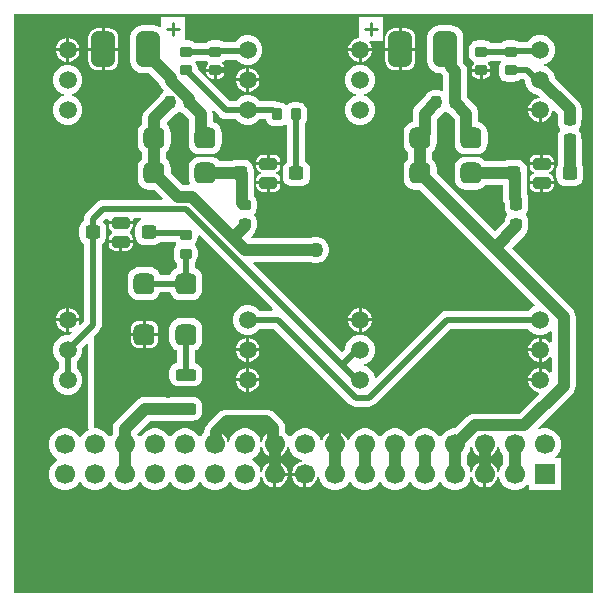
<source format=gtl>
G04*
G04 #@! TF.GenerationSoftware,Altium Limited,Altium Designer,21.2.2 (38)*
G04*
G04 Layer_Physical_Order=1*
G04 Layer_Color=2441676*
%FSLAX44Y44*%
%MOMM*%
G71*
G04*
G04 #@! TF.SameCoordinates,F90950B5-CE6C-4725-8A59-E2001084E966*
G04*
G04*
G04 #@! TF.FilePolarity,Positive*
G04*
G01*
G75*
G04:AMPARAMS|DCode=22|XSize=1.5mm|YSize=1mm|CornerRadius=0.25mm|HoleSize=0mm|Usage=FLASHONLY|Rotation=180.000|XOffset=0mm|YOffset=0mm|HoleType=Round|Shape=RoundedRectangle|*
%AMROUNDEDRECTD22*
21,1,1.5000,0.5000,0,0,180.0*
21,1,1.0000,1.0000,0,0,180.0*
1,1,0.5000,-0.5000,0.2500*
1,1,0.5000,0.5000,0.2500*
1,1,0.5000,0.5000,-0.2500*
1,1,0.5000,-0.5000,-0.2500*
%
%ADD22ROUNDEDRECTD22*%
G04:AMPARAMS|DCode=23|XSize=1.778mm|YSize=1.778mm|CornerRadius=0.4445mm|HoleSize=0mm|Usage=FLASHONLY|Rotation=90.000|XOffset=0mm|YOffset=0mm|HoleType=Round|Shape=RoundedRectangle|*
%AMROUNDEDRECTD23*
21,1,1.7780,0.8890,0,0,90.0*
21,1,0.8890,1.7780,0,0,90.0*
1,1,0.8890,0.4445,0.4445*
1,1,0.8890,0.4445,-0.4445*
1,1,0.8890,-0.4445,-0.4445*
1,1,0.8890,-0.4445,0.4445*
%
%ADD23ROUNDEDRECTD23*%
G04:AMPARAMS|DCode=24|XSize=2mm|YSize=3mm|CornerRadius=0.5mm|HoleSize=0mm|Usage=FLASHONLY|Rotation=0.000|XOffset=0mm|YOffset=0mm|HoleType=Round|Shape=RoundedRectangle|*
%AMROUNDEDRECTD24*
21,1,2.0000,2.0000,0,0,0.0*
21,1,1.0000,3.0000,0,0,0.0*
1,1,1.0000,0.5000,-1.0000*
1,1,1.0000,-0.5000,-1.0000*
1,1,1.0000,-0.5000,1.0000*
1,1,1.0000,0.5000,1.0000*
%
%ADD24ROUNDEDRECTD24*%
G04:AMPARAMS|DCode=25|XSize=1.778mm|YSize=1.778mm|CornerRadius=0.4445mm|HoleSize=0mm|Usage=FLASHONLY|Rotation=180.000|XOffset=0mm|YOffset=0mm|HoleType=Round|Shape=RoundedRectangle|*
%AMROUNDEDRECTD25*
21,1,1.7780,0.8890,0,0,180.0*
21,1,0.8890,1.7780,0,0,180.0*
1,1,0.8890,-0.4445,0.4445*
1,1,0.8890,0.4445,0.4445*
1,1,0.8890,0.4445,-0.4445*
1,1,0.8890,-0.4445,-0.4445*
%
%ADD25ROUNDEDRECTD25*%
G04:AMPARAMS|DCode=26|XSize=0.9mm|YSize=1mm|CornerRadius=0.225mm|HoleSize=0mm|Usage=FLASHONLY|Rotation=270.000|XOffset=0mm|YOffset=0mm|HoleType=Round|Shape=RoundedRectangle|*
%AMROUNDEDRECTD26*
21,1,0.9000,0.5500,0,0,270.0*
21,1,0.4500,1.0000,0,0,270.0*
1,1,0.4500,-0.2750,-0.2250*
1,1,0.4500,-0.2750,0.2250*
1,1,0.4500,0.2750,0.2250*
1,1,0.4500,0.2750,-0.2250*
%
%ADD26ROUNDEDRECTD26*%
G04:AMPARAMS|DCode=27|XSize=1.25mm|YSize=1.2mm|CornerRadius=0.3mm|HoleSize=0mm|Usage=FLASHONLY|Rotation=180.000|XOffset=0mm|YOffset=0mm|HoleType=Round|Shape=RoundedRectangle|*
%AMROUNDEDRECTD27*
21,1,1.2500,0.6000,0,0,180.0*
21,1,0.6500,1.2000,0,0,180.0*
1,1,0.6000,-0.3250,0.3000*
1,1,0.6000,0.3250,0.3000*
1,1,0.6000,0.3250,-0.3000*
1,1,0.6000,-0.3250,-0.3000*
%
%ADD27ROUNDEDRECTD27*%
G04:AMPARAMS|DCode=28|XSize=1.75mm|YSize=1mm|CornerRadius=0.25mm|HoleSize=0mm|Usage=FLASHONLY|Rotation=180.000|XOffset=0mm|YOffset=0mm|HoleType=Round|Shape=RoundedRectangle|*
%AMROUNDEDRECTD28*
21,1,1.7500,0.5000,0,0,180.0*
21,1,1.2500,1.0000,0,0,180.0*
1,1,0.5000,-0.6250,0.2500*
1,1,0.5000,0.6250,0.2500*
1,1,0.5000,0.6250,-0.2500*
1,1,0.5000,-0.6250,-0.2500*
%
%ADD28ROUNDEDRECTD28*%
G04:AMPARAMS|DCode=29|XSize=0.9mm|YSize=1mm|CornerRadius=0.225mm|HoleSize=0mm|Usage=FLASHONLY|Rotation=0.000|XOffset=0mm|YOffset=0mm|HoleType=Round|Shape=RoundedRectangle|*
%AMROUNDEDRECTD29*
21,1,0.9000,0.5500,0,0,0.0*
21,1,0.4500,1.0000,0,0,0.0*
1,1,0.4500,0.2250,-0.2750*
1,1,0.4500,-0.2250,-0.2750*
1,1,0.4500,-0.2250,0.2750*
1,1,0.4500,0.2250,0.2750*
%
%ADD29ROUNDEDRECTD29*%
%ADD30C,1.0000*%
%ADD31C,0.5000*%
%ADD32C,0.2540*%
%ADD33C,1.5000*%
%ADD34R,1.7000X1.7000*%
%ADD35C,1.7000*%
%ADD36C,1.2700*%
G36*
X745000Y175000D02*
X255000D01*
Y665000D01*
X745000D01*
X745000Y175000D01*
D02*
G37*
%LPC*%
G36*
X399777Y662217D02*
X379460D01*
Y654286D01*
X379389Y654251D01*
X378190Y653798D01*
X375910Y654743D01*
X373300Y655086D01*
X363300D01*
X360690Y654743D01*
X358257Y653735D01*
X356168Y652132D01*
X354565Y650043D01*
X353557Y647610D01*
X353214Y645000D01*
Y625000D01*
X353557Y622389D01*
X354565Y619957D01*
X356168Y617868D01*
X358257Y616265D01*
X360690Y615257D01*
X363300Y614914D01*
X369122D01*
X377635Y606401D01*
X377717Y605775D01*
X378725Y603342D01*
X380328Y601253D01*
X381243Y600338D01*
X380872Y598913D01*
X379579Y597921D01*
X378417Y596406D01*
X377905Y595169D01*
X366278Y583542D01*
X364675Y581453D01*
X363667Y579021D01*
X363324Y576410D01*
Y572021D01*
X362229Y571181D01*
X360715Y569208D01*
X359763Y566911D01*
X359439Y564445D01*
Y555555D01*
X359763Y553089D01*
X360715Y550792D01*
X362229Y548819D01*
X363324Y547979D01*
Y542021D01*
X362229Y541181D01*
X360715Y539208D01*
X359763Y536911D01*
X359439Y534445D01*
Y525555D01*
X359763Y523089D01*
X360715Y520792D01*
X362229Y518819D01*
X364202Y517305D01*
X366499Y516353D01*
X368965Y516029D01*
X373117D01*
X380408Y508738D01*
X379922Y507565D01*
X330000D01*
X328042Y507307D01*
X326218Y506551D01*
X324651Y505349D01*
X315901Y496599D01*
X314699Y495032D01*
X313943Y493208D01*
X313685Y491250D01*
Y489773D01*
X312294Y488706D01*
X311012Y487034D01*
X310206Y485088D01*
X309931Y483000D01*
Y477000D01*
X310206Y474912D01*
X311012Y472966D01*
X312294Y471294D01*
X313685Y470227D01*
Y404783D01*
X310613Y401712D01*
X309475Y402369D01*
X310040Y404478D01*
Y404530D01*
X301270D01*
Y395760D01*
X301322D01*
X303431Y396325D01*
X304088Y395187D01*
X301769Y392867D01*
X301646Y392900D01*
X298354D01*
X295175Y392048D01*
X292325Y390402D01*
X289998Y388075D01*
X288352Y385225D01*
X287500Y382046D01*
Y378754D01*
X288352Y375575D01*
X289998Y372725D01*
X292325Y370397D01*
X292435Y370334D01*
Y365066D01*
X292325Y365003D01*
X289998Y362675D01*
X288352Y359825D01*
X287500Y356646D01*
Y353354D01*
X288352Y350175D01*
X289998Y347325D01*
X292325Y344997D01*
X295175Y343352D01*
X298354Y342500D01*
X301646D01*
X304825Y343352D01*
X307675Y344997D01*
X310002Y347325D01*
X311648Y350175D01*
X312500Y353354D01*
Y356646D01*
X311648Y359825D01*
X310002Y362675D01*
X307675Y365003D01*
X307565Y365066D01*
Y370334D01*
X307675Y370397D01*
X310002Y372725D01*
X311648Y375575D01*
X312500Y378754D01*
Y382046D01*
X312467Y382169D01*
X316309Y386011D01*
X317482Y385524D01*
X317482Y313900D01*
X317675Y312930D01*
X314683Y311203D01*
X312169Y308689D01*
X311005Y306673D01*
X309538D01*
X308375Y308689D01*
X305861Y311203D01*
X302783Y312980D01*
X299349Y313900D01*
X295795D01*
X292361Y312980D01*
X289283Y311203D01*
X286769Y308689D01*
X284992Y305611D01*
X284072Y302177D01*
Y298623D01*
X284992Y295189D01*
X286769Y292111D01*
X289283Y289597D01*
X291299Y288433D01*
Y286967D01*
X289283Y285803D01*
X286769Y283289D01*
X284992Y280211D01*
X284072Y276777D01*
Y273223D01*
X284992Y269789D01*
X286769Y266711D01*
X289283Y264197D01*
X292361Y262420D01*
X295795Y261500D01*
X299349D01*
X302783Y262420D01*
X305861Y264197D01*
X308375Y266711D01*
X309538Y268727D01*
X311005D01*
X312169Y266711D01*
X314683Y264197D01*
X317761Y262420D01*
X321194Y261500D01*
X324749D01*
X328183Y262420D01*
X331261Y264197D01*
X333774Y266711D01*
X334939Y268727D01*
X336405D01*
X337569Y266711D01*
X340083Y264197D01*
X343161Y262420D01*
X346595Y261500D01*
X350149D01*
X353583Y262420D01*
X356661Y264197D01*
X359174Y266711D01*
X360339Y268727D01*
X361805D01*
X362969Y266711D01*
X365483Y264197D01*
X368561Y262420D01*
X371995Y261500D01*
X375549D01*
X378983Y262420D01*
X382061Y264197D01*
X384575Y266711D01*
X385738Y268727D01*
X387205D01*
X388369Y266711D01*
X390883Y264197D01*
X393961Y262420D01*
X397394Y261500D01*
X400949D01*
X404383Y262420D01*
X407461Y264197D01*
X409975Y266711D01*
X411138Y268727D01*
X412605D01*
X413769Y266711D01*
X416283Y264197D01*
X419361Y262420D01*
X422794Y261500D01*
X426349D01*
X429783Y262420D01*
X432861Y264197D01*
X435374Y266711D01*
X436539Y268727D01*
X438005D01*
X439169Y266711D01*
X441683Y264197D01*
X444761Y262420D01*
X448195Y261500D01*
X451749D01*
X455183Y262420D01*
X458261Y264197D01*
X460774Y266711D01*
X462552Y269789D01*
X463288Y272536D01*
X464603D01*
X465084Y270739D01*
X466538Y268221D01*
X468593Y266166D01*
X471110Y264712D01*
X473918Y263960D01*
X474102D01*
Y275000D01*
Y286040D01*
X473918D01*
X471110Y285288D01*
X468593Y283834D01*
X466538Y281779D01*
X465084Y279261D01*
X464603Y277464D01*
X463288D01*
X462552Y280211D01*
X460774Y283289D01*
X458261Y285803D01*
X456245Y286967D01*
Y288433D01*
X458261Y289597D01*
X460774Y292111D01*
X462552Y295189D01*
X463288Y297936D01*
X464603D01*
X465084Y296139D01*
X466538Y293621D01*
X468593Y291566D01*
X471110Y290112D01*
X473918Y289360D01*
X474102D01*
Y300400D01*
Y311440D01*
X473918D01*
X471110Y310688D01*
X468593Y309234D01*
X466538Y307179D01*
X465084Y304661D01*
X464603Y302864D01*
X463288D01*
X462552Y305611D01*
X460774Y308689D01*
X458261Y311203D01*
X455183Y312980D01*
X451749Y313900D01*
X448195D01*
X444761Y312980D01*
X441683Y311203D01*
X439169Y308689D01*
X437392Y305611D01*
X436656Y302864D01*
X435341D01*
X434859Y304661D01*
X433406Y307179D01*
X431351Y309234D01*
X428833Y310688D01*
X426025Y311440D01*
X425842D01*
Y300400D01*
X423302D01*
Y311440D01*
X423118D01*
X422064Y311158D01*
X421331Y311800D01*
X421151Y312227D01*
X421629Y313383D01*
X422620Y314675D01*
X431069Y323124D01*
X432361Y324115D01*
X433553Y324609D01*
X435167Y324821D01*
X467840D01*
X469454Y324609D01*
X470647Y324115D01*
X471938Y323124D01*
X477323Y317739D01*
X478314Y316447D01*
X478808Y315255D01*
X479021Y313641D01*
Y311895D01*
X478013Y311122D01*
X476825Y311440D01*
X476642D01*
Y300400D01*
Y289360D01*
X476825D01*
X479633Y290112D01*
X482150Y291566D01*
X484206Y293621D01*
X485659Y296139D01*
X486141Y297936D01*
X487456D01*
X488192Y295189D01*
X489969Y292111D01*
X492483Y289597D01*
X495561Y287820D01*
X498308Y287084D01*
Y285769D01*
X496511Y285288D01*
X493993Y283834D01*
X491938Y281779D01*
X490484Y279261D01*
X489732Y276453D01*
Y276270D01*
X500772D01*
Y275000D01*
X502042D01*
Y263960D01*
X502225D01*
X505033Y264712D01*
X507551Y266166D01*
X509606Y268221D01*
X511059Y270739D01*
X511541Y272536D01*
X512856D01*
X513592Y269789D01*
X515369Y266711D01*
X517883Y264197D01*
X520961Y262420D01*
X524394Y261500D01*
X527949D01*
X531383Y262420D01*
X534461Y264197D01*
X536974Y266711D01*
X538139Y268727D01*
X539605D01*
X540769Y266711D01*
X543283Y264197D01*
X546361Y262420D01*
X549795Y261500D01*
X553349D01*
X556783Y262420D01*
X559861Y264197D01*
X562374Y266711D01*
X563539Y268727D01*
X565005D01*
X566169Y266711D01*
X568683Y264197D01*
X571761Y262420D01*
X575195Y261500D01*
X578749D01*
X582183Y262420D01*
X585261Y264197D01*
X587775Y266711D01*
X588938Y268727D01*
X590405D01*
X591569Y266711D01*
X594083Y264197D01*
X597161Y262420D01*
X600594Y261500D01*
X604149D01*
X607583Y262420D01*
X610661Y264197D01*
X613175Y266711D01*
X614338Y268727D01*
X615805D01*
X616969Y266711D01*
X619483Y264197D01*
X622561Y262420D01*
X625994Y261500D01*
X629549D01*
X632983Y262420D01*
X636061Y264197D01*
X638574Y266711D01*
X640352Y269789D01*
X641088Y272536D01*
X642403D01*
X642884Y270739D01*
X644338Y268221D01*
X646393Y266166D01*
X648911Y264712D01*
X651718Y263960D01*
X651902D01*
Y275000D01*
Y286040D01*
X651718D01*
X648911Y285288D01*
X646393Y283834D01*
X644338Y281779D01*
X642884Y279261D01*
X642403Y277464D01*
X641088D01*
X640352Y280211D01*
X638574Y283289D01*
X637858Y284006D01*
Y291394D01*
X638574Y292111D01*
X640352Y295189D01*
X641051Y297797D01*
X642274Y297917D01*
X642428Y297842D01*
X642884Y296139D01*
X644338Y293621D01*
X646393Y291566D01*
X648911Y290112D01*
X651718Y289360D01*
X651902D01*
Y300400D01*
X654442D01*
Y289360D01*
X654625D01*
X657433Y290112D01*
X659950Y291566D01*
X662006Y293621D01*
X663459Y296139D01*
X663941Y297936D01*
X665256D01*
X665992Y295189D01*
X667769Y292111D01*
X668485Y291394D01*
Y284006D01*
X667769Y283289D01*
X665992Y280211D01*
X665256Y277464D01*
X663941D01*
X663459Y279261D01*
X662006Y281779D01*
X659950Y283834D01*
X657433Y285288D01*
X654625Y286040D01*
X654442D01*
Y275000D01*
Y263960D01*
X654625D01*
X657433Y264712D01*
X659950Y266166D01*
X662006Y268221D01*
X663459Y270739D01*
X663941Y272536D01*
X665256D01*
X665992Y269789D01*
X667769Y266711D01*
X670283Y264197D01*
X673361Y262420D01*
X676795Y261500D01*
X680349D01*
X683783Y262420D01*
X686861Y264197D01*
X689202Y266538D01*
X690472Y266294D01*
Y261500D01*
X717472D01*
Y288500D01*
X712678D01*
X712434Y289770D01*
X714774Y292111D01*
X716552Y295189D01*
X717472Y298623D01*
Y302177D01*
X716552Y305611D01*
X714774Y308689D01*
X712261Y311203D01*
X709183Y312980D01*
X705749Y313900D01*
X702195D01*
X699142Y313082D01*
X698485Y314221D01*
X727132Y342868D01*
X728735Y344957D01*
X729743Y347389D01*
X730086Y350000D01*
Y408410D01*
X729743Y411021D01*
X728735Y413453D01*
X727132Y415542D01*
X680542Y462132D01*
X680542Y462132D01*
X675969Y466705D01*
X687132Y477868D01*
X688735Y479957D01*
X689743Y482389D01*
X689800Y482825D01*
X689813Y482857D01*
X690063Y484750D01*
Y484820D01*
X690086Y485000D01*
Y487000D01*
X690063Y487180D01*
Y489250D01*
X689813Y491143D01*
X689083Y492906D01*
X687921Y494421D01*
Y495579D01*
X689083Y497094D01*
X689813Y498857D01*
X690063Y500750D01*
Y502820D01*
X690086Y503000D01*
Y507750D01*
X689743Y510360D01*
X688836Y512549D01*
Y529000D01*
X688819Y529131D01*
Y533000D01*
X688544Y535088D01*
X687738Y537034D01*
X686456Y538706D01*
X684784Y539988D01*
X682838Y540794D01*
X680750Y541069D01*
X674250D01*
X672161Y540794D01*
X670453Y540086D01*
X653612D01*
X652771Y541181D01*
X650798Y542695D01*
X648501Y543647D01*
X646035Y543971D01*
X637145D01*
X634679Y543647D01*
X632382Y542695D01*
X630409Y541181D01*
X628895Y539208D01*
X627943Y536911D01*
X627618Y534445D01*
Y525555D01*
X627943Y523089D01*
X628895Y520792D01*
X630409Y518819D01*
X632382Y517305D01*
X634679Y516353D01*
X637145Y516029D01*
X646035D01*
X648501Y516353D01*
X650798Y517305D01*
X652771Y518819D01*
X653612Y519914D01*
X668664D01*
Y509000D01*
X669007Y506390D01*
X669914Y504201D01*
Y503000D01*
X669938Y502820D01*
Y500750D01*
X670187Y498857D01*
X670917Y497094D01*
X672079Y495579D01*
Y494421D01*
X670917Y492906D01*
X670187Y491143D01*
X669938Y489250D01*
Y489202D01*
X661705Y480969D01*
X612382Y530293D01*
Y534445D01*
X612057Y536911D01*
X611105Y539208D01*
X609591Y541181D01*
X608496Y542021D01*
Y547979D01*
X609591Y548819D01*
X611105Y550792D01*
X612057Y553089D01*
X612382Y555555D01*
Y563854D01*
X612386Y563890D01*
Y576122D01*
X616669Y580405D01*
X617906Y580917D01*
X619421Y582079D01*
X620579D01*
X622094Y580917D01*
X623331Y580405D01*
X627614Y576122D01*
Y563890D01*
X627618Y563854D01*
Y555555D01*
X627943Y553089D01*
X628895Y550792D01*
X630409Y548819D01*
X632382Y547305D01*
X634679Y546353D01*
X637145Y546029D01*
X646035D01*
X648501Y546353D01*
X650798Y547305D01*
X652771Y548819D01*
X654285Y550792D01*
X655237Y553089D01*
X655562Y555555D01*
Y564445D01*
X655237Y566911D01*
X654285Y569208D01*
X652771Y571181D01*
X650798Y572695D01*
X648501Y573647D01*
X647786Y573741D01*
Y580300D01*
X647443Y582910D01*
X646435Y585343D01*
X644832Y587432D01*
X638086Y594178D01*
Y616600D01*
X637743Y619211D01*
X636735Y621643D01*
X635132Y623732D01*
X634846Y624018D01*
Y625000D01*
X634846Y625000D01*
Y645000D01*
X634503Y647610D01*
X633495Y650043D01*
X631892Y652132D01*
X629803Y653735D01*
X627370Y654743D01*
X624760Y655086D01*
X614760D01*
X612150Y654743D01*
X609717Y653735D01*
X607628Y652132D01*
X606025Y650043D01*
X605017Y647610D01*
X604674Y645000D01*
Y625000D01*
X605017Y622389D01*
X606025Y619957D01*
X607628Y617868D01*
X609717Y616265D01*
X612150Y615257D01*
X614760Y614914D01*
X615977D01*
X616025Y614797D01*
X617628Y612708D01*
X617914Y612422D01*
Y600454D01*
X616644Y599606D01*
X616143Y599813D01*
X614250Y600062D01*
X612180D01*
X612000Y600086D01*
X611820Y600062D01*
X609750D01*
X607857Y599813D01*
X606094Y599083D01*
X604579Y597921D01*
X603417Y596406D01*
X602905Y595169D01*
X595168Y587432D01*
X593565Y585343D01*
X592557Y582910D01*
X592214Y580300D01*
Y573741D01*
X591499Y573647D01*
X589202Y572695D01*
X587229Y571181D01*
X585715Y569208D01*
X584763Y566911D01*
X584439Y564445D01*
Y555555D01*
X584763Y553089D01*
X585715Y550792D01*
X587229Y548819D01*
X588324Y547979D01*
Y542021D01*
X587229Y541181D01*
X585715Y539208D01*
X584763Y536911D01*
X584439Y534445D01*
Y525555D01*
X584763Y523089D01*
X585715Y520792D01*
X587229Y518819D01*
X589202Y517305D01*
X591499Y516353D01*
X593965Y516029D01*
X598117D01*
X654573Y459573D01*
X666278Y447868D01*
X666278Y447868D01*
X695475Y418671D01*
X695002Y417348D01*
X692325Y415802D01*
X689997Y413475D01*
X689934Y413365D01*
X620800D01*
X618842Y413107D01*
X617018Y412351D01*
X615451Y411149D01*
X615451Y411149D01*
X561316Y357014D01*
X559899Y357394D01*
X559248Y359825D01*
X557603Y362675D01*
X555275Y365003D01*
X552425Y366648D01*
X550953Y367043D01*
Y368357D01*
X552425Y368752D01*
X555275Y370397D01*
X557603Y372725D01*
X559248Y375575D01*
X560100Y378754D01*
Y382046D01*
X559248Y385225D01*
X557603Y388075D01*
X555275Y390402D01*
X552425Y392048D01*
X549246Y392900D01*
X545954D01*
X542775Y392048D01*
X539925Y390402D01*
X537598Y388075D01*
X535952Y385225D01*
X535100Y382046D01*
Y381198D01*
X532300Y378398D01*
X456958Y453740D01*
X457444Y454914D01*
X504770D01*
X505619Y454423D01*
X508506Y453650D01*
X511494D01*
X514381Y454423D01*
X516969Y455918D01*
X519082Y458031D01*
X520577Y460619D01*
X521350Y463506D01*
Y466494D01*
X520577Y469381D01*
X519082Y471969D01*
X516969Y474082D01*
X514381Y475577D01*
X511494Y476350D01*
X508506D01*
X505619Y475577D01*
X504770Y475086D01*
X456010D01*
X455524Y476260D01*
X457132Y477868D01*
X458735Y479957D01*
X459743Y482389D01*
X459800Y482825D01*
X459813Y482857D01*
X460062Y484750D01*
Y484820D01*
X460086Y485000D01*
Y487000D01*
X460062Y487180D01*
Y489250D01*
X459813Y491143D01*
X459083Y492906D01*
X458134Y494142D01*
X458007Y495000D01*
X458134Y495858D01*
X459083Y497094D01*
X459813Y498857D01*
X460062Y500750D01*
Y505250D01*
X459813Y507143D01*
X459083Y508906D01*
X457921Y510421D01*
X457586Y510677D01*
Y529000D01*
X457569Y529131D01*
Y533000D01*
X457294Y535088D01*
X456488Y537034D01*
X455206Y538706D01*
X453535Y539988D01*
X451588Y540794D01*
X449500Y541069D01*
X443000D01*
X440912Y540794D01*
X439203Y540086D01*
X428611D01*
X427771Y541181D01*
X425798Y542695D01*
X423501Y543647D01*
X421035Y543971D01*
X412145D01*
X409679Y543647D01*
X407382Y542695D01*
X405409Y541181D01*
X403895Y539208D01*
X402943Y536911D01*
X402618Y534445D01*
Y525555D01*
X402943Y523089D01*
X403644Y521396D01*
X402901Y520126D01*
X397548D01*
X387382Y530293D01*
Y534445D01*
X387057Y536911D01*
X386105Y539208D01*
X384591Y541181D01*
X383496Y542021D01*
Y547979D01*
X384591Y548819D01*
X386105Y550792D01*
X387057Y553089D01*
X387382Y555555D01*
Y564445D01*
X387057Y566911D01*
X386105Y569208D01*
X384591Y571181D01*
X384393Y571334D01*
X384283Y573019D01*
X391669Y580405D01*
X392906Y580917D01*
X394421Y582079D01*
X395579D01*
X397094Y580917D01*
X398331Y580405D01*
X402614Y576122D01*
Y563890D01*
X402618Y563854D01*
Y555555D01*
X402943Y553089D01*
X403895Y550792D01*
X405409Y548819D01*
X407382Y547305D01*
X409679Y546353D01*
X412145Y546029D01*
X421035D01*
X423501Y546353D01*
X425798Y547305D01*
X427771Y548819D01*
X429285Y550792D01*
X430237Y553089D01*
X430561Y555555D01*
Y564445D01*
X430237Y566911D01*
X429285Y569208D01*
X427771Y571181D01*
X425798Y572695D01*
X423501Y573647D01*
X422786Y573741D01*
Y580300D01*
X422495Y582511D01*
X423669Y583133D01*
X428551Y578251D01*
X428551Y578251D01*
X430118Y577049D01*
X431942Y576293D01*
X433900Y576035D01*
X442334D01*
X442397Y575925D01*
X444725Y573597D01*
X447575Y571952D01*
X450754Y571100D01*
X454046D01*
X457225Y571952D01*
X460075Y573597D01*
X462402Y575925D01*
X462466Y576035D01*
X467597D01*
X467687Y575357D01*
X468417Y573594D01*
X469579Y572079D01*
X471094Y570917D01*
X472857Y570187D01*
X474750Y569938D01*
X479250D01*
X481143Y570187D01*
X482906Y570917D01*
X484142Y571866D01*
X484594Y571933D01*
X485810Y571091D01*
Y539485D01*
X484794Y538706D01*
X483512Y537034D01*
X482706Y535088D01*
X482431Y533000D01*
Y527000D01*
X482706Y524912D01*
X483512Y522966D01*
X484794Y521294D01*
X486465Y520012D01*
X488412Y519206D01*
X490500Y518931D01*
X497000D01*
X499088Y519206D01*
X501035Y520012D01*
X502706Y521294D01*
X503988Y522966D01*
X504794Y524912D01*
X505069Y527000D01*
Y533000D01*
X504794Y535088D01*
X503988Y537034D01*
X502706Y538706D01*
X501035Y539988D01*
X500940Y540027D01*
Y572756D01*
X501583Y573594D01*
X502313Y575357D01*
X502562Y577250D01*
Y582750D01*
X502313Y584643D01*
X501583Y586406D01*
X500421Y587921D01*
X498906Y589083D01*
X497143Y589813D01*
X495250Y590062D01*
X490750D01*
X488857Y589813D01*
X487094Y589083D01*
X485858Y588134D01*
X485000Y588007D01*
X484142Y588134D01*
X482906Y589083D01*
X481143Y589813D01*
X479250Y590062D01*
X477798D01*
X477682Y590151D01*
X475858Y590907D01*
X473900Y591165D01*
X462466D01*
X462402Y591275D01*
X460075Y593602D01*
X457225Y595248D01*
X454046Y596100D01*
X450754D01*
X447575Y595248D01*
X444725Y593602D01*
X442397Y591275D01*
X442334Y591165D01*
X437033D01*
X410062Y618136D01*
Y619250D01*
X409813Y621143D01*
X409083Y622906D01*
X408117Y624165D01*
X408388Y625041D01*
X408685Y625435D01*
X417267D01*
X418594Y624417D01*
X419058Y624225D01*
X419182Y622961D01*
X418797Y622703D01*
X417738Y621119D01*
X417366Y619250D01*
Y618270D01*
X425000D01*
X432634D01*
Y619250D01*
X432262Y621119D01*
X431203Y622703D01*
X430818Y622961D01*
X430942Y624225D01*
X431406Y624417D01*
X432921Y625579D01*
X433347Y626135D01*
X442987D01*
X444725Y624398D01*
X447575Y622752D01*
X450754Y621900D01*
X454046D01*
X457225Y622752D01*
X460075Y624398D01*
X462402Y626725D01*
X464048Y629575D01*
X464900Y632754D01*
Y636046D01*
X464048Y639225D01*
X462402Y642075D01*
X460075Y644402D01*
X457225Y646048D01*
X454046Y646900D01*
X450754D01*
X447575Y646048D01*
X444725Y644402D01*
X442397Y642075D01*
X441930Y641265D01*
X431821D01*
X431406Y641583D01*
X429643Y642313D01*
X427750Y642562D01*
X422250D01*
X420357Y642313D01*
X418594Y641583D01*
X417267Y640565D01*
X407733D01*
X406406Y641583D01*
X404643Y642313D01*
X402750Y642562D01*
X399777D01*
Y662217D01*
D02*
G37*
G36*
X701646Y646900D02*
X698354D01*
X695175Y646048D01*
X692325Y644402D01*
X689997Y642075D01*
X689530Y641265D01*
X681821D01*
X681406Y641583D01*
X679643Y642313D01*
X677750Y642562D01*
X672250D01*
X670357Y642313D01*
X668594Y641583D01*
X667267Y640565D01*
X657733D01*
X656406Y641583D01*
X654643Y642313D01*
X652750Y642562D01*
X647250D01*
X645357Y642313D01*
X643594Y641583D01*
X642079Y640421D01*
X640917Y638906D01*
X640187Y637143D01*
X639938Y635250D01*
Y630750D01*
X640187Y628857D01*
X640917Y627094D01*
X642079Y625579D01*
X643594Y624417D01*
X644058Y624225D01*
X644182Y622961D01*
X643797Y622703D01*
X642738Y621119D01*
X642366Y619250D01*
Y618270D01*
X650000D01*
Y617000D01*
D01*
Y618270D01*
X657634D01*
Y619250D01*
X657262Y621119D01*
X656203Y622703D01*
X655818Y622961D01*
X655942Y624225D01*
X656406Y624417D01*
X657733Y625435D01*
X666315D01*
X666612Y625041D01*
X666878Y624182D01*
X666866Y624142D01*
X665917Y622906D01*
X665187Y621143D01*
X664938Y619250D01*
Y614750D01*
X665187Y612857D01*
X665917Y611094D01*
X667079Y609579D01*
X668594Y608417D01*
X670357Y607687D01*
X672250Y607437D01*
X677750D01*
X679643Y607687D01*
X681406Y608417D01*
X682733Y609435D01*
X686161D01*
X687500Y608096D01*
Y607354D01*
X688352Y604175D01*
X689997Y601325D01*
X692325Y598997D01*
X695175Y597352D01*
X698193Y596543D01*
X699923Y594813D01*
X699436Y593640D01*
X698678D01*
X696125Y592956D01*
X693835Y591634D01*
X691966Y589765D01*
X690644Y587475D01*
X689960Y584922D01*
Y584870D01*
X700000D01*
Y583600D01*
X701270D01*
Y573560D01*
X701322D01*
X703875Y574244D01*
X706165Y575566D01*
X708034Y577435D01*
X709356Y579725D01*
X710040Y582278D01*
Y583036D01*
X711213Y583523D01*
X714914Y579822D01*
Y575000D01*
X714938Y574820D01*
Y572750D01*
X715187Y570857D01*
X715917Y569094D01*
X716866Y567858D01*
X716993Y567000D01*
X716866Y566142D01*
X715917Y564906D01*
X715187Y563143D01*
X714938Y561250D01*
Y559180D01*
X714914Y559000D01*
Y537232D01*
X714762Y537034D01*
X713956Y535088D01*
X713681Y533000D01*
Y527000D01*
X713956Y524912D01*
X714762Y522966D01*
X716044Y521294D01*
X717715Y520012D01*
X719661Y519206D01*
X721750Y518931D01*
X728250D01*
X730338Y519206D01*
X732284Y520012D01*
X733956Y521294D01*
X735238Y522966D01*
X736044Y524912D01*
X736319Y527000D01*
Y533000D01*
X736044Y535088D01*
X735238Y537034D01*
X735086Y537232D01*
Y559000D01*
X735062Y559180D01*
Y561250D01*
X734813Y563143D01*
X734083Y564906D01*
X733134Y566142D01*
X733007Y567000D01*
X733134Y567858D01*
X734083Y569094D01*
X734813Y570857D01*
X735062Y572750D01*
Y574820D01*
X735086Y575000D01*
Y584000D01*
X734743Y586610D01*
X733735Y589043D01*
X732132Y591132D01*
X712457Y610807D01*
X711648Y613825D01*
X710003Y616675D01*
X707675Y619002D01*
X704825Y620648D01*
X703353Y621043D01*
Y622357D01*
X704825Y622752D01*
X707675Y624398D01*
X710003Y626725D01*
X711648Y629575D01*
X712500Y632754D01*
Y636046D01*
X711648Y639225D01*
X710003Y642075D01*
X707675Y644402D01*
X704825Y646048D01*
X701646Y646900D01*
D02*
G37*
G36*
X586660Y652605D02*
X582930D01*
Y636270D01*
X594265D01*
Y645000D01*
X594006Y646968D01*
X593246Y648802D01*
X592038Y650378D01*
X590462Y651586D01*
X588628Y652346D01*
X586660Y652605D01*
D02*
G37*
G36*
X580390D02*
X576660D01*
X574692Y652346D01*
X572858Y651586D01*
X571282Y650378D01*
X570074Y648802D01*
X569314Y646968D01*
X569055Y645000D01*
Y636270D01*
X580390D01*
Y652605D01*
D02*
G37*
G36*
X335200D02*
X331470D01*
Y636270D01*
X342805D01*
Y645000D01*
X342546Y646968D01*
X341786Y648802D01*
X340578Y650378D01*
X339002Y651586D01*
X337168Y652346D01*
X335200Y652605D01*
D02*
G37*
G36*
X328930D02*
X325200D01*
X323232Y652346D01*
X321398Y651586D01*
X319822Y650378D01*
X318614Y648802D01*
X317854Y646968D01*
X317595Y645000D01*
Y636270D01*
X328930D01*
Y652605D01*
D02*
G37*
G36*
X301322Y644440D02*
X301270D01*
Y635670D01*
X310040D01*
Y635722D01*
X309356Y638275D01*
X308034Y640565D01*
X306165Y642434D01*
X303875Y643756D01*
X301322Y644440D01*
D02*
G37*
G36*
X298730D02*
X298678D01*
X296125Y643756D01*
X293835Y642434D01*
X291966Y640565D01*
X290644Y638275D01*
X289960Y635722D01*
Y635670D01*
X298730D01*
Y644440D01*
D02*
G37*
G36*
X566698Y662217D02*
X546382D01*
Y644440D01*
X546278D01*
X543725Y643756D01*
X541435Y642434D01*
X539566Y640565D01*
X538244Y638275D01*
X537560Y635722D01*
Y635670D01*
X547600D01*
X557640D01*
Y635722D01*
X556956Y638275D01*
X555634Y640565D01*
X555472Y640727D01*
X555958Y641900D01*
X566698D01*
Y662217D01*
D02*
G37*
G36*
X557640Y633130D02*
X548870D01*
Y624360D01*
X548922D01*
X551475Y625044D01*
X553765Y626366D01*
X555634Y628235D01*
X556956Y630525D01*
X557640Y633078D01*
Y633130D01*
D02*
G37*
G36*
X546330D02*
X537560D01*
Y633078D01*
X538244Y630525D01*
X539566Y628235D01*
X541435Y626366D01*
X543725Y625044D01*
X546278Y624360D01*
X546330D01*
Y633130D01*
D02*
G37*
G36*
X310040Y633130D02*
X301270D01*
Y624360D01*
X301322D01*
X303875Y625044D01*
X306165Y626366D01*
X308034Y628235D01*
X309356Y630525D01*
X310040Y633078D01*
Y633130D01*
D02*
G37*
G36*
X298730D02*
X289960D01*
Y633078D01*
X290644Y630525D01*
X291966Y628235D01*
X293835Y626366D01*
X296125Y625044D01*
X298678Y624360D01*
X298730D01*
Y633130D01*
D02*
G37*
G36*
X594265Y633730D02*
X582930D01*
Y617395D01*
X586660D01*
X588628Y617654D01*
X590462Y618414D01*
X592038Y619622D01*
X593246Y621198D01*
X594006Y623032D01*
X594265Y625000D01*
Y633730D01*
D02*
G37*
G36*
X580390D02*
X569055D01*
Y625000D01*
X569314Y623032D01*
X570074Y621198D01*
X571282Y619622D01*
X572858Y618414D01*
X574692Y617654D01*
X576660Y617395D01*
X580390D01*
Y633730D01*
D02*
G37*
G36*
X342805D02*
X331470D01*
Y617395D01*
X335200D01*
X337168Y617654D01*
X339002Y618414D01*
X340578Y619622D01*
X341786Y621198D01*
X342546Y623032D01*
X342805Y625000D01*
Y633730D01*
D02*
G37*
G36*
X328930D02*
X317595D01*
Y625000D01*
X317854Y623032D01*
X318614Y621198D01*
X319822Y619622D01*
X321398Y618414D01*
X323232Y617654D01*
X325200Y617395D01*
X328930D01*
Y633730D01*
D02*
G37*
G36*
X453722Y619040D02*
X453670D01*
Y610270D01*
X462440D01*
Y610322D01*
X461756Y612875D01*
X460434Y615165D01*
X458565Y617034D01*
X456275Y618356D01*
X453722Y619040D01*
D02*
G37*
G36*
X451130D02*
X451078D01*
X448525Y618356D01*
X446235Y617034D01*
X444366Y615165D01*
X443044Y612875D01*
X442360Y610322D01*
Y610270D01*
X451130D01*
Y619040D01*
D02*
G37*
G36*
X657634Y615730D02*
X651270D01*
Y609866D01*
X652750D01*
X654619Y610238D01*
X656203Y611297D01*
X657262Y612881D01*
X657634Y614750D01*
Y615730D01*
D02*
G37*
G36*
X648730D02*
X642366D01*
Y614750D01*
X642738Y612881D01*
X643797Y611297D01*
X645381Y610238D01*
X647250Y609866D01*
X648730D01*
Y615730D01*
D02*
G37*
G36*
X432634Y615730D02*
X426270D01*
Y609866D01*
X427750D01*
X429619Y610238D01*
X431203Y611297D01*
X432262Y612881D01*
X432634Y614750D01*
Y615730D01*
D02*
G37*
G36*
X423730D02*
X417366D01*
Y614750D01*
X417738Y612881D01*
X418797Y611297D01*
X420381Y610238D01*
X422250Y609866D01*
X423730D01*
Y615730D01*
D02*
G37*
G36*
X462440Y607730D02*
X453670D01*
Y598960D01*
X453722D01*
X456275Y599644D01*
X458565Y600966D01*
X460434Y602835D01*
X461756Y605125D01*
X462440Y607678D01*
Y607730D01*
D02*
G37*
G36*
X451130D02*
X442360D01*
Y607678D01*
X443044Y605125D01*
X444366Y602835D01*
X446235Y600966D01*
X448525Y599644D01*
X451078Y598960D01*
X451130D01*
Y607730D01*
D02*
G37*
G36*
X698730Y582330D02*
X689960D01*
Y582278D01*
X690644Y579725D01*
X691966Y577435D01*
X693835Y575566D01*
X696125Y574244D01*
X698678Y573560D01*
X698730D01*
Y582330D01*
D02*
G37*
G36*
X549246Y621500D02*
X545954D01*
X542775Y620648D01*
X539925Y619002D01*
X537598Y616675D01*
X535952Y613825D01*
X535100Y610646D01*
Y607354D01*
X535952Y604175D01*
X537598Y601325D01*
X539925Y598997D01*
X542775Y597352D01*
X544247Y596957D01*
Y595643D01*
X542775Y595248D01*
X539925Y593602D01*
X537598Y591275D01*
X535952Y588425D01*
X535100Y585246D01*
Y581954D01*
X535952Y578775D01*
X537598Y575925D01*
X539925Y573597D01*
X542775Y571952D01*
X545954Y571100D01*
X549246D01*
X552425Y571952D01*
X555275Y573597D01*
X557603Y575925D01*
X559248Y578775D01*
X560100Y581954D01*
Y585246D01*
X559248Y588425D01*
X557603Y591275D01*
X555275Y593602D01*
X552425Y595248D01*
X550953Y595643D01*
Y596957D01*
X552425Y597352D01*
X555275Y598997D01*
X557603Y601325D01*
X559248Y604175D01*
X560100Y607354D01*
Y610646D01*
X559248Y613825D01*
X557603Y616675D01*
X555275Y619002D01*
X552425Y620648D01*
X549246Y621500D01*
D02*
G37*
G36*
X301646D02*
X298354D01*
X295175Y620648D01*
X292325Y619002D01*
X289998Y616675D01*
X288352Y613825D01*
X287500Y610646D01*
Y607354D01*
X288352Y604175D01*
X289998Y601325D01*
X292325Y598997D01*
X295175Y597352D01*
X296647Y596957D01*
Y595643D01*
X295175Y595248D01*
X292325Y593602D01*
X289998Y591275D01*
X288352Y588425D01*
X287500Y585246D01*
Y581954D01*
X288352Y578775D01*
X289998Y575925D01*
X292325Y573597D01*
X295175Y571952D01*
X298354Y571100D01*
X301646D01*
X304825Y571952D01*
X307675Y573597D01*
X310002Y575925D01*
X311648Y578775D01*
X312500Y581954D01*
Y585246D01*
X311648Y588425D01*
X310002Y591275D01*
X307675Y593602D01*
X304825Y595248D01*
X303353Y595643D01*
Y596957D01*
X304825Y597352D01*
X307675Y598997D01*
X310002Y601325D01*
X311648Y604175D01*
X312500Y607354D01*
Y610646D01*
X311648Y613825D01*
X310002Y616675D01*
X307675Y619002D01*
X304825Y620648D01*
X301646Y621500D01*
D02*
G37*
G36*
X706250Y545639D02*
X702520D01*
Y539270D01*
X711389D01*
Y540500D01*
X710997Y542467D01*
X709884Y544134D01*
X708216Y545248D01*
X706250Y545639D01*
D02*
G37*
G36*
X475000D02*
X471270D01*
Y539270D01*
X480139D01*
Y540500D01*
X479748Y542467D01*
X478634Y544134D01*
X476967Y545248D01*
X475000Y545639D01*
D02*
G37*
G36*
X468730D02*
X465000D01*
X463033Y545248D01*
X461366Y544134D01*
X460252Y542467D01*
X459861Y540500D01*
Y539270D01*
X468730D01*
Y545639D01*
D02*
G37*
G36*
X699980D02*
X696250D01*
X694284Y545248D01*
X692616Y544134D01*
X691502Y542467D01*
X691111Y540500D01*
Y539270D01*
X699980D01*
Y545639D01*
D02*
G37*
G36*
X480139Y536730D02*
X470000D01*
X459861D01*
Y535500D01*
X460252Y533534D01*
X461366Y531866D01*
X463033Y530752D01*
X463561Y530648D01*
Y529353D01*
X463033Y529248D01*
X461366Y528134D01*
X460252Y526466D01*
X459861Y524500D01*
Y523270D01*
X470000D01*
X480139D01*
Y524500D01*
X479748Y526466D01*
X478634Y528134D01*
X476967Y529248D01*
X476439Y529353D01*
Y530648D01*
X476967Y530752D01*
X478634Y531866D01*
X479748Y533534D01*
X480139Y535500D01*
Y536730D01*
D02*
G37*
G36*
X711389D02*
X701250D01*
X691111D01*
Y535500D01*
X691502Y533534D01*
X692616Y531866D01*
X694284Y530752D01*
X694811Y530648D01*
Y529353D01*
X694284Y529248D01*
X692616Y528134D01*
X691502Y526466D01*
X691111Y524500D01*
Y523270D01*
X701250D01*
X711389D01*
Y524500D01*
X710997Y526466D01*
X709884Y528134D01*
X708216Y529248D01*
X707689Y529353D01*
Y530648D01*
X708216Y530752D01*
X709884Y531866D01*
X710997Y533534D01*
X711389Y535500D01*
Y536730D01*
D02*
G37*
G36*
Y520730D02*
X702520D01*
Y514361D01*
X706250D01*
X708216Y514752D01*
X709884Y515866D01*
X710997Y517533D01*
X711389Y519500D01*
Y520730D01*
D02*
G37*
G36*
X699980D02*
X691111D01*
Y519500D01*
X691502Y517533D01*
X692616Y515866D01*
X694284Y514752D01*
X696250Y514361D01*
X699980D01*
Y520730D01*
D02*
G37*
G36*
X480139D02*
X471270D01*
Y514361D01*
X475000D01*
X476967Y514752D01*
X478634Y515866D01*
X479748Y517533D01*
X480139Y519500D01*
Y520730D01*
D02*
G37*
G36*
X468730D02*
X459861D01*
Y519500D01*
X460252Y517533D01*
X461366Y515866D01*
X463033Y514752D01*
X465000Y514361D01*
X468730D01*
Y520730D01*
D02*
G37*
G36*
X301322Y415840D02*
X301270D01*
Y407070D01*
X310040D01*
Y407122D01*
X309356Y409675D01*
X308034Y411965D01*
X306165Y413834D01*
X303875Y415156D01*
X301322Y415840D01*
D02*
G37*
G36*
X298730D02*
X298678D01*
X296125Y415156D01*
X293835Y413834D01*
X291966Y411965D01*
X290644Y409675D01*
X289960Y407122D01*
Y407070D01*
X298730D01*
Y415840D01*
D02*
G37*
G36*
X548922D02*
X548870D01*
Y407070D01*
X557640D01*
Y407122D01*
X556956Y409675D01*
X555634Y411965D01*
X553765Y413834D01*
X551475Y415156D01*
X548922Y415840D01*
D02*
G37*
G36*
X546330D02*
X546278D01*
X543725Y415156D01*
X541435Y413834D01*
X539566Y411965D01*
X538244Y409675D01*
X537560Y407122D01*
Y407070D01*
X546330D01*
Y415840D01*
D02*
G37*
G36*
X557640Y404530D02*
X548870D01*
Y395760D01*
X548922D01*
X551475Y396444D01*
X553765Y397766D01*
X555634Y399635D01*
X556956Y401925D01*
X557640Y404478D01*
Y404530D01*
D02*
G37*
G36*
X546330D02*
X537560D01*
Y404478D01*
X538244Y401925D01*
X539566Y399635D01*
X541435Y397766D01*
X543725Y396444D01*
X546278Y395760D01*
X546330D01*
Y404530D01*
D02*
G37*
G36*
X298730Y404530D02*
X289960D01*
Y404478D01*
X290644Y401925D01*
X291966Y399635D01*
X293835Y397766D01*
X296125Y396444D01*
X298678Y395760D01*
X298730D01*
Y404530D01*
D02*
G37*
G36*
X476825Y286040D02*
X476642D01*
Y276270D01*
X486412D01*
Y276453D01*
X485659Y279261D01*
X484206Y281779D01*
X482150Y283834D01*
X479633Y285288D01*
X476825Y286040D01*
D02*
G37*
G36*
X499502Y273730D02*
X489732D01*
Y273547D01*
X490484Y270739D01*
X491938Y268221D01*
X493993Y266166D01*
X496511Y264712D01*
X499318Y263960D01*
X499502D01*
Y273730D01*
D02*
G37*
G36*
X486412D02*
X476642D01*
Y263960D01*
X476825D01*
X479633Y264712D01*
X482150Y266166D01*
X484206Y268221D01*
X485659Y270739D01*
X486412Y273547D01*
Y273730D01*
D02*
G37*
%LPD*%
G36*
X362545Y490435D02*
X361465Y489988D01*
X359794Y488706D01*
X358512Y487034D01*
X357706Y485088D01*
X357431Y483000D01*
Y477000D01*
X357706Y474912D01*
X358512Y472966D01*
X359794Y471294D01*
X361465Y470012D01*
X363412Y469206D01*
X365500Y468931D01*
X372000D01*
X374088Y469206D01*
X376035Y470012D01*
X377706Y471294D01*
X377814Y471435D01*
X391422D01*
X392079Y469421D01*
X390917Y467906D01*
X390187Y466143D01*
X389937Y464250D01*
Y459750D01*
X390187Y457857D01*
X390917Y456094D01*
X392079Y454579D01*
X392435Y454306D01*
Y449966D01*
X390792Y449285D01*
X388819Y447771D01*
X387305Y445798D01*
X386624Y444155D01*
X378376D01*
X377695Y445798D01*
X376181Y447771D01*
X374208Y449285D01*
X371911Y450237D01*
X369445Y450561D01*
X360555D01*
X358089Y450237D01*
X355792Y449285D01*
X353819Y447771D01*
X352305Y445798D01*
X351353Y443501D01*
X351029Y441035D01*
Y432145D01*
X351353Y429679D01*
X352305Y427382D01*
X353819Y425409D01*
X355792Y423895D01*
X358089Y422943D01*
X360555Y422618D01*
X369445D01*
X371911Y422943D01*
X374208Y423895D01*
X376181Y425409D01*
X377695Y427382D01*
X378376Y429025D01*
X386624D01*
X387305Y427382D01*
X388819Y425409D01*
X390792Y423895D01*
X393089Y422943D01*
X395555Y422618D01*
X404445D01*
X406911Y422943D01*
X409208Y423895D01*
X411181Y425409D01*
X412695Y427382D01*
X413647Y429679D01*
X413971Y432145D01*
Y441035D01*
X413647Y443501D01*
X412695Y445798D01*
X411181Y447771D01*
X409208Y449285D01*
X407565Y449966D01*
Y454306D01*
X407921Y454579D01*
X409083Y456094D01*
X409813Y457857D01*
X410062Y459750D01*
Y464250D01*
X409813Y466143D01*
X409083Y467906D01*
X407921Y469421D01*
Y470579D01*
X409083Y472094D01*
X409813Y473857D01*
X410062Y475750D01*
Y476626D01*
X411910Y477392D01*
X474089Y415213D01*
X473324Y413365D01*
X462466D01*
X462402Y413475D01*
X460075Y415802D01*
X457225Y417448D01*
X454046Y418300D01*
X450754D01*
X447575Y417448D01*
X444725Y415802D01*
X442397Y413475D01*
X440752Y410625D01*
X439900Y407446D01*
Y404154D01*
X440752Y400975D01*
X442397Y398125D01*
X444725Y395798D01*
X447575Y394152D01*
X450754Y393300D01*
X454046D01*
X457225Y394152D01*
X460075Y395798D01*
X462402Y398125D01*
X462466Y398235D01*
X474987D01*
X538571Y334651D01*
X538571Y334651D01*
X540138Y333449D01*
X541962Y332693D01*
X543920Y332435D01*
X555000D01*
X556958Y332693D01*
X558782Y333449D01*
X560349Y334651D01*
X623933Y398235D01*
X689934D01*
X689997Y398125D01*
X692325Y395798D01*
X695175Y394152D01*
X698354Y393300D01*
X701646D01*
X704825Y394152D01*
X707675Y395798D01*
X708066Y396188D01*
X709914Y395423D01*
Y387309D01*
X708454Y386731D01*
X707914Y386685D01*
X706165Y388434D01*
X703875Y389756D01*
X701322Y390440D01*
X701270D01*
Y380400D01*
Y370360D01*
X701322D01*
X703875Y371044D01*
X706165Y372366D01*
X707914Y374115D01*
X708454Y374069D01*
X709914Y373491D01*
Y361909D01*
X708454Y361331D01*
X707914Y361285D01*
X706165Y363034D01*
X703875Y364356D01*
X701322Y365040D01*
X701270D01*
Y355000D01*
X700000D01*
Y353730D01*
X689960D01*
Y353678D01*
X690644Y351125D01*
X691966Y348835D01*
X693835Y346966D01*
X696125Y345644D01*
X698039Y345131D01*
X698856Y343120D01*
X682262Y326526D01*
X644966D01*
X642355Y326183D01*
X639923Y325175D01*
X637834Y323572D01*
X628162Y313900D01*
X625994D01*
X622561Y312980D01*
X619483Y311203D01*
X616969Y308689D01*
X616227Y307403D01*
X613917D01*
X613175Y308689D01*
X610661Y311203D01*
X607583Y312980D01*
X604149Y313900D01*
X600594D01*
X597161Y312980D01*
X594083Y311203D01*
X591569Y308689D01*
X590826Y307403D01*
X588517D01*
X587775Y308689D01*
X585261Y311203D01*
X582183Y312980D01*
X578749Y313900D01*
X575195D01*
X571761Y312980D01*
X568683Y311203D01*
X566169Y308689D01*
X565426Y307403D01*
X563117D01*
X562374Y308689D01*
X559861Y311203D01*
X556783Y312980D01*
X553349Y313900D01*
X549795D01*
X546361Y312980D01*
X543283Y311203D01*
X540769Y308689D01*
X538992Y305611D01*
X538634Y304274D01*
X536563Y304274D01*
X536459Y304661D01*
X535006Y307179D01*
X532951Y309234D01*
X530433Y310688D01*
X527625Y311440D01*
X527442D01*
Y300400D01*
X524902D01*
Y311440D01*
X524718D01*
X521911Y310688D01*
X519393Y309234D01*
X517338Y307179D01*
X515884Y304661D01*
X515780Y304274D01*
X513710Y304274D01*
X513352Y305611D01*
X511575Y308689D01*
X509061Y311203D01*
X505983Y312980D01*
X502549Y313900D01*
X498994D01*
X495561Y312980D01*
X492483Y311203D01*
X489969Y308689D01*
X489226Y307403D01*
X486917D01*
X486175Y308689D01*
X484119Y310745D01*
Y313975D01*
X483775Y316586D01*
X482767Y319018D01*
X481165Y321107D01*
X475307Y326965D01*
X473218Y328568D01*
X470785Y329576D01*
X468175Y329919D01*
X434833D01*
X432222Y329576D01*
X429790Y328568D01*
X427701Y326965D01*
X418779Y318043D01*
X417176Y315954D01*
X416169Y313522D01*
X415825Y310911D01*
Y310745D01*
X413769Y308689D01*
X413027Y307403D01*
X410717D01*
X409975Y308689D01*
X407461Y311203D01*
X404383Y312980D01*
X400949Y313900D01*
X397394D01*
X393961Y312980D01*
X390883Y311203D01*
X388369Y308689D01*
X387626Y307403D01*
X385317D01*
X384575Y308689D01*
X382061Y311203D01*
X378983Y312980D01*
X375549Y313900D01*
X371995D01*
X368561Y312980D01*
X365483Y311203D01*
X362969Y308689D01*
X362226Y307403D01*
X359917D01*
X359174Y308689D01*
X358564Y309300D01*
X369678Y320414D01*
X400000D01*
X400164Y320435D01*
X406250D01*
X408208Y320693D01*
X410032Y321449D01*
X411599Y322651D01*
X412801Y324218D01*
X413557Y326042D01*
X413815Y328000D01*
Y333000D01*
X413557Y334958D01*
X412801Y336782D01*
X411599Y338349D01*
X410032Y339551D01*
X408208Y340307D01*
X406250Y340565D01*
X400164D01*
X400000Y340586D01*
X365500D01*
X362890Y340243D01*
X360457Y339235D01*
X358368Y337632D01*
X341240Y320504D01*
X339637Y318415D01*
X338629Y315982D01*
X338285Y313372D01*
Y309406D01*
X337569Y308689D01*
X336827Y307403D01*
X334517D01*
X333774Y308689D01*
X331261Y311203D01*
X328183Y312980D01*
X324749Y313900D01*
X322580D01*
X322580Y392282D01*
X326599Y396301D01*
X327801Y397868D01*
X328557Y399692D01*
X328686Y400671D01*
X328815Y401650D01*
X328815Y401650D01*
Y470227D01*
X330206Y471294D01*
X331488Y472966D01*
X332294Y474912D01*
X332569Y477000D01*
Y483000D01*
X332294Y485088D01*
X331488Y487034D01*
X330206Y488706D01*
X330156Y489458D01*
X332063Y491365D01*
X333006Y491323D01*
X334861Y490500D01*
Y489270D01*
X345000D01*
X355139D01*
Y490500D01*
X355061Y490889D01*
X356330Y492435D01*
X362148D01*
X362545Y490435D01*
D02*
G37*
%LPC*%
G36*
X355139Y486730D02*
X345000D01*
X334861D01*
Y485500D01*
X335252Y483534D01*
X336366Y481866D01*
X337497Y481111D01*
X337596Y480765D01*
Y479235D01*
X337497Y478889D01*
X336366Y478134D01*
X335252Y476466D01*
X334861Y474500D01*
Y473270D01*
X345000D01*
X355139D01*
Y474500D01*
X354748Y476466D01*
X353634Y478134D01*
X352503Y478889D01*
X352404Y479235D01*
Y480765D01*
X352503Y481111D01*
X353634Y481866D01*
X354748Y483534D01*
X355139Y485500D01*
Y486730D01*
D02*
G37*
G36*
Y470730D02*
X346270D01*
Y464361D01*
X350000D01*
X351967Y464752D01*
X353634Y465866D01*
X354748Y467533D01*
X355139Y469500D01*
Y470730D01*
D02*
G37*
G36*
X343730D02*
X334861D01*
Y469500D01*
X335252Y467533D01*
X336366Y465866D01*
X338033Y464752D01*
X340000Y464361D01*
X343730D01*
Y470730D01*
D02*
G37*
G36*
X369445Y404900D02*
X366270D01*
Y394680D01*
X376490D01*
Y397855D01*
X376250Y399678D01*
X375546Y401378D01*
X374427Y402837D01*
X372968Y403956D01*
X371268Y404660D01*
X369445Y404900D01*
D02*
G37*
G36*
X363730D02*
X360555D01*
X358732Y404660D01*
X357032Y403956D01*
X355573Y402837D01*
X354454Y401378D01*
X353750Y399678D01*
X353510Y397855D01*
Y394680D01*
X363730D01*
Y404900D01*
D02*
G37*
G36*
X376490Y392140D02*
X366270D01*
Y381920D01*
X369445D01*
X371268Y382160D01*
X372968Y382864D01*
X374427Y383983D01*
X375546Y385442D01*
X376250Y387142D01*
X376490Y388965D01*
Y392140D01*
D02*
G37*
G36*
X363730D02*
X353510D01*
Y388965D01*
X353750Y387142D01*
X354454Y385442D01*
X355573Y383983D01*
X357032Y382864D01*
X358732Y382160D01*
X360555Y381920D01*
X363730D01*
Y392140D01*
D02*
G37*
G36*
X453722Y390440D02*
X453670D01*
Y381670D01*
X462440D01*
Y381722D01*
X461756Y384275D01*
X460434Y386565D01*
X458565Y388434D01*
X456275Y389756D01*
X453722Y390440D01*
D02*
G37*
G36*
X451130D02*
X451078D01*
X448525Y389756D01*
X446235Y388434D01*
X444366Y386565D01*
X443044Y384275D01*
X442360Y381722D01*
Y381670D01*
X451130D01*
Y390440D01*
D02*
G37*
G36*
X698730D02*
X698678D01*
X696125Y389756D01*
X693835Y388434D01*
X691966Y386565D01*
X690644Y384275D01*
X689960Y381722D01*
Y381670D01*
X698730D01*
Y390440D01*
D02*
G37*
G36*
Y379130D02*
X689960D01*
Y379078D01*
X690644Y376525D01*
X691966Y374235D01*
X693835Y372366D01*
X696125Y371044D01*
X698678Y370360D01*
X698730D01*
Y379130D01*
D02*
G37*
G36*
X462440Y379130D02*
X453670D01*
Y370360D01*
X453722D01*
X456275Y371044D01*
X458565Y372366D01*
X460434Y374235D01*
X461756Y376525D01*
X462440Y379078D01*
Y379130D01*
D02*
G37*
G36*
X451130D02*
X442360D01*
Y379078D01*
X443044Y376525D01*
X444366Y374235D01*
X446235Y372366D01*
X448525Y371044D01*
X451078Y370360D01*
X451130D01*
Y379130D01*
D02*
G37*
G36*
X453722Y365040D02*
X453670D01*
Y356270D01*
X462440D01*
Y356322D01*
X461756Y358875D01*
X460434Y361165D01*
X458565Y363034D01*
X456275Y364356D01*
X453722Y365040D01*
D02*
G37*
G36*
X451130D02*
X451078D01*
X448525Y364356D01*
X446235Y363034D01*
X444366Y361165D01*
X443044Y358875D01*
X442360Y356322D01*
Y356270D01*
X451130D01*
Y365040D01*
D02*
G37*
G36*
X698730D02*
X698678D01*
X696125Y364356D01*
X693835Y363034D01*
X691966Y361165D01*
X690644Y358875D01*
X689960Y356322D01*
Y356270D01*
X698730D01*
Y365040D01*
D02*
G37*
G36*
X404445Y407382D02*
X395555D01*
X393089Y407057D01*
X390792Y406105D01*
X388819Y404591D01*
X387305Y402618D01*
X386353Y400321D01*
X386029Y397855D01*
Y388965D01*
X386353Y386499D01*
X387305Y384202D01*
X388819Y382229D01*
X390792Y380715D01*
X392435Y380034D01*
Y369392D01*
X391792Y369307D01*
X389968Y368551D01*
X388401Y367349D01*
X387199Y365782D01*
X386443Y363958D01*
X386185Y362000D01*
Y357000D01*
X386443Y355042D01*
X387199Y353218D01*
X388401Y351651D01*
X389968Y350449D01*
X391792Y349693D01*
X393750Y349435D01*
X406250D01*
X408208Y349693D01*
X410032Y350449D01*
X411599Y351651D01*
X412801Y353218D01*
X413557Y355042D01*
X413815Y357000D01*
Y362000D01*
X413557Y363958D01*
X412801Y365782D01*
X411599Y367349D01*
X410032Y368551D01*
X408208Y369307D01*
X407565Y369392D01*
Y380034D01*
X409208Y380715D01*
X411181Y382229D01*
X412695Y384202D01*
X413647Y386499D01*
X413971Y388965D01*
Y397855D01*
X413647Y400321D01*
X412695Y402618D01*
X411181Y404591D01*
X409208Y406105D01*
X406911Y407057D01*
X404445Y407382D01*
D02*
G37*
G36*
X462440Y353730D02*
X453670D01*
Y344960D01*
X453722D01*
X456275Y345644D01*
X458565Y346966D01*
X460434Y348835D01*
X461756Y351125D01*
X462440Y353678D01*
Y353730D01*
D02*
G37*
G36*
X451130D02*
X442360D01*
Y353678D01*
X443044Y351125D01*
X444366Y348835D01*
X446235Y346966D01*
X448525Y345644D01*
X451078Y344960D01*
X451130D01*
Y353730D01*
D02*
G37*
%LPD*%
D22*
X345000Y488000D02*
D03*
Y472000D02*
D03*
X701250Y522000D02*
D03*
Y538000D02*
D03*
X470000Y522000D02*
D03*
Y538000D02*
D03*
D23*
X365000Y393410D02*
D03*
X400000D02*
D03*
Y436590D02*
D03*
X365000D02*
D03*
D24*
X619760Y635000D02*
D03*
X581660D02*
D03*
X330200D02*
D03*
X368300D02*
D03*
D25*
X373410Y530000D02*
D03*
X416590D02*
D03*
Y560000D02*
D03*
X373410D02*
D03*
X598410Y530000D02*
D03*
X641590D02*
D03*
X598410Y560000D02*
D03*
X641590D02*
D03*
D26*
X675000Y617000D02*
D03*
Y633000D02*
D03*
X725000Y575000D02*
D03*
Y559000D02*
D03*
X450000Y487000D02*
D03*
Y503000D02*
D03*
X400000Y633000D02*
D03*
Y617000D02*
D03*
X425000D02*
D03*
Y633000D02*
D03*
X650000D02*
D03*
Y617000D02*
D03*
X680000Y487000D02*
D03*
Y503000D02*
D03*
X400000Y462000D02*
D03*
Y478000D02*
D03*
D27*
X725000Y530000D02*
D03*
X677500D02*
D03*
X368750Y480000D02*
D03*
X321250D02*
D03*
X493750Y530000D02*
D03*
X446250D02*
D03*
D28*
X400000Y359500D02*
D03*
Y330500D02*
D03*
D29*
X403000Y590000D02*
D03*
X387000D02*
D03*
X628000D02*
D03*
X612000D02*
D03*
X477000Y580000D02*
D03*
X493000D02*
D03*
D30*
X526172Y275000D02*
Y300400D01*
X451443Y354043D02*
X452400Y355000D01*
X510040Y329960D02*
X525000D01*
X526172Y275000D02*
Y328788D01*
X525000Y329960D02*
X526172Y328788D01*
X495000Y345000D02*
X510040Y329960D01*
X365000Y365000D02*
X385000Y345000D01*
X348372Y300400D02*
Y313372D01*
Y275000D02*
Y300400D01*
Y313372D02*
X365500Y330500D01*
X400000D01*
X424572Y300400D02*
X425911Y301739D01*
X474032D02*
X475372Y300400D01*
X551572Y275000D02*
Y300400D01*
X678572Y275000D02*
Y300400D01*
X627772Y275000D02*
Y300400D01*
X425911Y301739D02*
Y310911D01*
X434833Y319833D01*
X576972Y275000D02*
Y300400D01*
X474032Y301739D02*
Y313975D01*
X434833Y319833D02*
X468175D01*
X474032Y313975D01*
X475372Y275000D02*
Y300400D01*
X653172Y275000D02*
Y300400D01*
X602372Y275000D02*
Y300400D01*
X624760Y619840D02*
Y630000D01*
Y619840D02*
X628000Y616600D01*
X619760Y635000D02*
X624760Y630000D01*
X628000Y590000D02*
Y616600D01*
X368300Y630000D02*
X387460Y610840D01*
Y608385D02*
Y610840D01*
X403000Y590000D02*
Y592845D01*
X368300Y630000D02*
Y635000D01*
X387460Y608385D02*
X403000Y592845D01*
X440000Y475000D02*
X450000Y465000D01*
X450000Y485000D02*
Y487000D01*
X440000Y475000D02*
X450000Y485000D01*
X404960Y510040D02*
X440000Y475000D01*
X661705Y466705D02*
X673410Y455000D01*
X598410Y530000D02*
X661705Y466705D01*
X680000Y485000D02*
Y487000D01*
X661705Y466705D02*
X680000Y485000D01*
X678750Y509000D02*
Y529000D01*
X677750Y530000D02*
X678750Y529000D01*
X680000Y503000D02*
Y507750D01*
X678750Y509000D02*
X680000Y507750D01*
X677500Y530000D02*
X677750D01*
X673410Y455000D02*
X720000Y408410D01*
X673410Y455000D02*
X673410D01*
X720000Y350000D02*
Y408410D01*
X598410Y530000D02*
Y560000D01*
X686440Y316440D02*
X720000Y350000D01*
X644966Y316440D02*
X686440D01*
X628926Y300400D02*
X644966Y316440D01*
X627772Y300400D02*
X628926D01*
X628000Y590000D02*
X637700Y580300D01*
Y563890D02*
X641590Y560000D01*
X637700Y563890D02*
Y580300D01*
X598410Y560000D02*
X602300Y563890D01*
Y580300D01*
X612000Y590000D01*
X641590Y530000D02*
X677500D01*
X700625Y522000D02*
X701250D01*
X700000Y583600D02*
X700625Y582975D01*
X725000Y530000D02*
X725000Y530000D01*
Y559000D01*
X700000Y609000D02*
X725000Y584000D01*
Y575000D02*
Y584000D01*
X446500Y530000D02*
X447500Y529000D01*
X446250Y530000D02*
X446500D01*
X447500Y505000D02*
Y529000D01*
X393370Y510040D02*
X404960D01*
X450000Y465000D02*
X510000D01*
X373410Y530000D02*
X393370Y510040D01*
X478358Y510000D02*
X500000D01*
X470000Y522000D02*
X472500D01*
X500000Y510000D02*
X510000Y520000D01*
Y595000D01*
X496000Y609000D02*
X510000Y595000D01*
X416590Y530000D02*
X446250D01*
X446250Y530000D01*
X412700Y563890D02*
X416590Y560000D01*
X403000Y590000D02*
X412700Y580300D01*
Y563890D02*
Y580300D01*
X373410Y560000D02*
Y576410D01*
Y530000D02*
Y560000D01*
Y576410D02*
X387000Y590000D01*
D31*
X449694Y609000D02*
X452400D01*
X300000Y355000D02*
Y380400D01*
X532300Y367700D02*
X545000Y355000D01*
X400000Y500000D02*
X532300Y367700D01*
X545000Y380400D01*
X547600D01*
X452400Y405800D02*
X478120D01*
X543920Y340000D02*
X555000D01*
X478120Y405800D02*
X543920Y340000D01*
X545000Y355000D02*
X547600D01*
X330000Y500000D02*
X400000D01*
X321250Y491250D02*
X330000Y500000D01*
X493000Y580000D02*
X493375Y579625D01*
Y530375D02*
Y579625D01*
Y530375D02*
X493750Y530000D01*
X473900Y583600D02*
X477000Y580500D01*
X452400Y583600D02*
X473900D01*
X477000Y580000D02*
Y580500D01*
X650000Y617000D02*
X650500D01*
X650000Y633000D02*
X675000D01*
X675700Y633700D01*
X699300D02*
X700000Y634400D01*
X675700Y633700D02*
X699300D01*
X697294Y609000D02*
X700000D01*
X675000Y617000D02*
X689294D01*
X697294Y609000D01*
X425000Y617000D02*
X441694D01*
X400000D02*
X400500D01*
X433900Y583600D01*
X452400D01*
X400000Y633000D02*
X425000D01*
X425700Y633700D02*
X451700D01*
X452400Y634400D01*
X425000Y633000D02*
X425700Y633700D01*
X555000Y340000D02*
X620800Y405800D01*
X700000D01*
X321250Y480000D02*
Y491250D01*
Y401650D02*
Y480000D01*
X300000Y380400D02*
X321250Y401650D01*
X400000Y436590D02*
Y462000D01*
X399000Y479000D02*
X400000Y478000D01*
X368750Y480000D02*
X369750Y479000D01*
X399000D01*
X365000Y436590D02*
X400000D01*
Y359500D02*
Y393410D01*
X399586Y330086D02*
X400000Y330500D01*
D32*
X551462Y652058D02*
X561618D01*
X556540Y657137D02*
Y646980D01*
X384540Y652058D02*
X394697D01*
X389618Y657137D02*
Y646980D01*
D33*
X452400Y405800D02*
D03*
X300000D02*
D03*
X452400Y380400D02*
D03*
X300000D02*
D03*
X452400Y355000D02*
D03*
X300000D02*
D03*
X452400Y583600D02*
D03*
X300000D02*
D03*
X452400Y609000D02*
D03*
X300000D02*
D03*
X452400Y634400D02*
D03*
X300000D02*
D03*
X700000Y380400D02*
D03*
Y355000D02*
D03*
X547600Y634400D02*
D03*
X700000D02*
D03*
X547600Y609000D02*
D03*
X700000D02*
D03*
X547600Y583600D02*
D03*
X700000D02*
D03*
X547600Y355000D02*
D03*
Y380400D02*
D03*
Y405800D02*
D03*
X700000D02*
D03*
D34*
X703972Y275000D02*
D03*
D35*
Y300400D02*
D03*
X678572Y275000D02*
D03*
Y300400D02*
D03*
X653172Y275000D02*
D03*
Y300400D02*
D03*
X627772D02*
D03*
Y275000D02*
D03*
X602372Y300400D02*
D03*
Y275000D02*
D03*
X500772D02*
D03*
Y300400D02*
D03*
X526172Y275000D02*
D03*
Y300400D02*
D03*
X551572D02*
D03*
Y275000D02*
D03*
X576972Y300400D02*
D03*
Y275000D02*
D03*
X399172D02*
D03*
Y300400D02*
D03*
X424572Y275000D02*
D03*
Y300400D02*
D03*
X449972D02*
D03*
Y275000D02*
D03*
X475372Y300400D02*
D03*
Y275000D02*
D03*
X322972D02*
D03*
Y300400D02*
D03*
X348372D02*
D03*
Y275000D02*
D03*
X373772Y300400D02*
D03*
Y275000D02*
D03*
X297572Y300400D02*
D03*
Y275000D02*
D03*
D36*
X510000Y465000D02*
D03*
M02*

</source>
